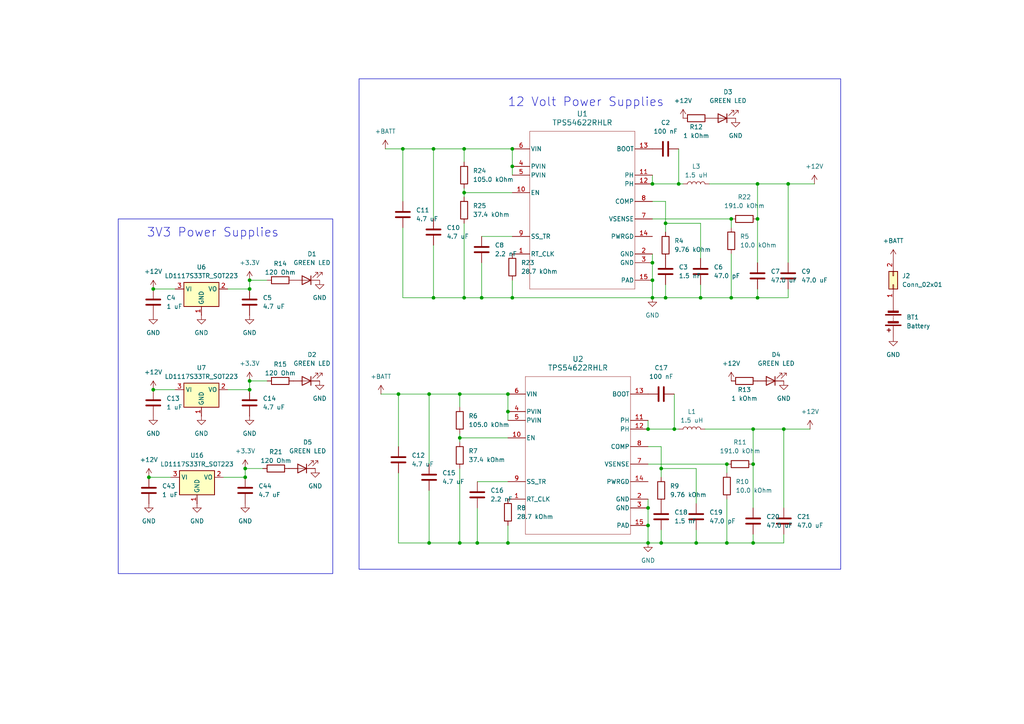
<source format=kicad_sch>
(kicad_sch (version 20250114) (generator "eeschema") (generator_version "9.0")
  (paper "A4")
  (lib_symbols
    (symbol "Connector_Generic:Conn_02x01" (pin_names (offset 1.016) (hide yes))
      (property "Reference" "J" (at 1.27 2.54 0))
      (property "Value" "Conn_02x01" (at 1.27 -2.54 0))
      (symbol "Conn_02x01_1_1"
        (rectangle (start -1.27 1.27) (end 3.81 -1.27) (stroke (width 0.254)) (fill (type background)))
        (rectangle (start -1.27 0.127) (end 0 -0.127) (stroke (width 0.1524)))
        (rectangle (start 3.81 0.127) (end 2.54 -0.127) (stroke (width 0.1524)))
        (pin passive line (at -5.08 0 0) (length 3.81) (name "Pin_1") (number "1"))
        (pin passive line (at 7.62 0 180) (length 3.81) (name "Pin_2") (number "2"))
      )
    )
    (symbol "Device:Battery" (pin_numbers (hide yes)) (pin_names (offset 0) (hide yes))
      (property "Reference" "BT" (at 2.54 2.54 0))
      (property "Value" "Battery" (at 2.54 0 0))
      (symbol "Battery_0_1"
        (rectangle (start -2.286 1.778) (end 2.286 1.524) (fill (type outline)))
        (rectangle (start -2.286 -1.27) (end 2.286 -1.524) (fill (type outline)))
        (rectangle (start -1.524 1.016) (end 1.524 0.508) (fill (type outline)))
        (rectangle (start -1.524 -2.032) (end 1.524 -2.54) (fill (type outline)))
        (polyline (pts (xy 0 1.778) (xy 0 2.54)))
        (polyline (pts (xy 0 0) (xy 0 0.254)))
        (polyline (pts (xy 0 -0.508) (xy 0 -0.254)))
        (polyline (pts (xy 0 -1.016) (xy 0 -0.762)))
        (polyline (pts (xy 0.762 3.048) (xy 1.778 3.048)) (stroke (width 0.254)))
        (polyline (pts (xy 1.27 3.556) (xy 1.27 2.54)) (stroke (width 0.254)))
      )
      (symbol "Battery_1_1"
        (pin passive line (at 0 5.08 270) (length 2.54) (name "+") (number "1"))
        (pin passive line (at 0 -5.08 90) (length 2.54) (name "-") (number "2"))
      )
    )
    (symbol "Device:C" (pin_numbers (hide yes)) (pin_names (offset 0.254))
      (property "Reference" "C" (at 0.635 2.54 0))
      (property "Value" "C" (at 0.635 -2.54 0))
      (symbol "C_0_1"
        (polyline (pts (xy -2.032 0.762) (xy 2.032 0.762)) (stroke (width 0.508)))
        (polyline (pts (xy -2.032 -0.762) (xy 2.032 -0.762)) (stroke (width 0.508)))
      )
      (symbol "C_1_1"
        (pin passive line (at 0 3.81 270) (length 2.794) (name "~") (number "1"))
        (pin passive line (at 0 -3.81 90) (length 2.794) (name "~") (number "2"))
      )
    )
    (symbol "Device:L" (pin_numbers (hide yes)) (pin_names (offset 1.016) (hide yes))
      (property "Reference" "L" (at -1.27 0 90))
      (property "Value" "L" (at 1.905 0 90))
      (symbol "L_0_1"
        (arc (start 0 2.54) (mid 0.6323 1.905) (end 0 1.27))
        (arc (start 0 1.27) (mid 0.6323 0.635) (end 0 0))
        (arc (start 0 0) (mid 0.6323 -0.635) (end 0 -1.27))
        (arc (start 0 -1.27) (mid 0.6323 -1.905) (end 0 -2.54))
      )
      (symbol "L_1_1"
        (pin passive line (at 0 3.81 270) (length 1.27) (name "1") (number "1"))
        (pin passive line (at 0 -3.81 90) (length 1.27) (name "2") (number "2"))
      )
    )
    (symbol "Device:LED" (pin_numbers (hide yes)) (pin_names (offset 1.016) (hide yes))
      (property "Reference" "D" (at 0 2.54 0))
      (property "Value" "LED" (at 0 -2.54 0))
      (symbol "LED_0_1"
        (polyline (pts (xy -3.048 -0.762) (xy -4.572 -2.286) (xy -3.81 -2.286) (xy -4.572 -2.286) (xy -4.572 -1.524)))
        (polyline (pts (xy -1.778 -0.762) (xy -3.302 -2.286) (xy -2.54 -2.286) (xy -3.302 -2.286) (xy -3.302 -1.524)))
        (polyline (pts (xy -1.27 0) (xy 1.27 0)))
        (polyline (pts (xy -1.27 -1.27) (xy -1.27 1.27)) (stroke (width 0.254)))
        (polyline (pts (xy 1.27 -1.27) (xy 1.27 1.27) (xy -1.27 0) (xy 1.27 -1.27)) (stroke (width 0.254)))
      )
      (symbol "LED_1_1"
        (pin passive line (at -3.81 0 0) (length 2.54) (name "K") (number "1"))
        (pin passive line (at 3.81 0 180) (length 2.54) (name "A") (number "2"))
      )
    )
    (symbol "Device:R" (pin_numbers (hide yes)) (pin_names (offset 0))
      (property "Reference" "R" (at 2.032 0 90))
      (property "Value" "R" (at 0 0 90))
      (symbol "R_0_1"
        (rectangle (start -1.016 -2.54) (end 1.016 2.54) (stroke (width 0.254)))
      )
      (symbol "R_1_1"
        (pin passive line (at 0 3.81 270) (length 1.27) (name "~") (number "1"))
        (pin passive line (at 0 -3.81 90) (length 1.27) (name "~") (number "2"))
      )
    )
    (symbol "Regulator_Linear:LD1117S33TR_SOT223"
      (property "Reference" "U" (at -3.81 3.175 0))
      (property "Value" "LD1117S33TR_SOT223" (at 0 3.175 0))
      (symbol "LD1117S33TR_SOT223_0_1"
        (rectangle (start -5.08 -5.08) (end 5.08 1.905) (stroke (width 0.254)) (fill (type background)))
      )
      (symbol "LD1117S33TR_SOT223_1_1"
        (pin power_in line (at -7.62 0 0) (length 2.54) (name "VI") (number "3"))
        (pin power_in line (at 0 -7.62 90) (length 2.54) (name "GND") (number "1"))
        (pin power_out line (at 7.62 0 180) (length 2.54) (name "VO") (number "2"))
      )
    )
    (symbol "TPS54622RHLR:TPS54622RHLR" (pin_names (offset 0.254))
      (property "Reference" "U" (at 0 2.54 0))
      (property "Value" "TPS54622RHLR" (at 0 0 0))
      (symbol "TPS54622RHLR_0_1"
        (polyline (pts (xy -15.24 22.86) (xy -15.24 -22.86)) (stroke (width 0.1016)))
        (polyline (pts (xy -15.24 -22.86) (xy 15.24 -22.86)) (stroke (width 0.1016)))
        (polyline (pts (xy 15.24 22.86) (xy -15.24 22.86)) (stroke (width 0.1016)))
        (polyline (pts (xy 15.24 -22.86) (xy 15.24 22.86)) (stroke (width 0.1016)))
        (pin power_in line (at -20.32 17.78 0) (length 5.08) (name "VIN") (number "6"))
        (pin power_in line (at -20.32 12.7 0) (length 5.08) (name "PVIN") (number "4"))
        (pin power_in line (at -20.32 10.16 0) (length 5.08) (name "PVIN") (number "5"))
        (pin input line (at -20.32 5.08 0) (length 5.08) (name "EN") (number "10"))
        (pin input line (at -20.32 -7.62 0) (length 5.08) (name "SS_TR") (number "9"))
        (pin input line (at -20.32 -12.7 0) (length 5.08) (name "RT_CLK") (number "1"))
        (pin power_in line (at 20.32 17.78 180) (length 5.08) (name "BOOT") (number "13"))
        (pin power_in line (at 20.32 10.16 180) (length 5.08) (name "PH") (number "11"))
        (pin power_in line (at 20.32 7.62 180) (length 5.08) (name "PH") (number "12"))
        (pin output line (at 20.32 2.54 180) (length 5.08) (name "COMP") (number "8"))
        (pin input line (at 20.32 -2.54 180) (length 5.08) (name "VSENSE") (number "7"))
        (pin output line (at 20.32 -7.62 180) (length 5.08) (name "PWRGD") (number "14"))
        (pin power_in line (at 20.32 -12.7 180) (length 5.08) (name "GND") (number "2"))
        (pin power_in line (at 20.32 -15.24 180) (length 5.08) (name "GND") (number "3"))
        (pin power_in line (at 20.32 -20.32 180) (length 5.08) (name "PAD") (number "15"))
      )
    )
    (symbol "power:+12V" (power) (pin_numbers (hide yes)) (pin_names (offset 0) (hide yes))
      (property "Value" "+12V" (at 0 3.556 0))
      (symbol "+12V_0_1"
        (polyline (pts (xy -0.762 1.27) (xy 0 2.54)))
        (polyline (pts (xy 0 2.54) (xy 0.762 1.27)))
        (polyline (pts (xy 0 0) (xy 0 2.54)))
      )
      (symbol "+12V_1_1"
        (pin power_in line (at 0 0 90) (length 0) (name "~") (number "1"))
      )
    )
    (symbol "power:+3.3V" (power) (pin_numbers (hide yes)) (pin_names (offset 0) (hide yes))
      (property "Value" "+3.3V" (at 0 3.556 0))
      (symbol "+3.3V_0_1"
        (polyline (pts (xy -0.762 1.27) (xy 0 2.54)))
        (polyline (pts (xy 0 2.54) (xy 0.762 1.27)))
        (polyline (pts (xy 0 0) (xy 0 2.54)))
      )
      (symbol "+3.3V_1_1"
        (pin power_in line (at 0 0 90) (length 0) (name "~") (number "1"))
      )
    )
    (symbol "power:+BATT" (power) (pin_numbers (hide yes)) (pin_names (offset 0) (hide yes))
      (property "Value" "+BATT" (at 0 3.556 0))
      (symbol "+BATT_0_1"
        (polyline (pts (xy -0.762 1.27) (xy 0 2.54)))
        (polyline (pts (xy 0 2.54) (xy 0.762 1.27)))
        (polyline (pts (xy 0 0) (xy 0 2.54)))
      )
      (symbol "+BATT_1_1"
        (pin power_in line (at 0 0 90) (length 0) (name "~") (number "1"))
      )
    )
    (symbol "power:GND" (power) (pin_numbers (hide yes)) (pin_names (offset 0) (hide yes))
      (property "Value" "GND" (at 0 -3.81 0))
      (symbol "GND_0_1"
        (polyline (pts (xy 0 0) (xy 0 -1.27) (xy 1.27 -1.27) (xy 0 -2.54) (xy -1.27 -1.27) (xy 0 -1.27)))
      )
      (symbol "GND_1_1"
        (pin power_in line (at 0 0 270) (length 0) (name "~") (number "1"))
      )
    )
  )
  (rectangle (start 104.14 22.86) (end 243.84 165.1))
  (rectangle (start 34.29 63.5) (end 96.52 166.37))
  (text "3V3 Power Supplies" (at 61.722 67.564 0) (effects (font (size 2.54 2.54))))
  (text "12 Volt Power Supplies" (at 169.926 29.718 0) (effects (font (size 2.54 2.54))))
  (junction (at 210.82 134.62))
  (junction (at 191.77 157.48))
  (junction (at 218.44 124.46))
  (junction (at 133.35 127))
  (junction (at 201.93 157.48))
  (junction (at 187.96 124.46))
  (junction (at 147.32 157.48))
  (junction (at 212.09 86.36))
  (junction (at 134.62 43.18))
  (junction (at 147.32 119.38))
  (junction (at 189.23 86.36))
  (junction (at 115.57 114.3))
  (junction (at 187.96 157.48))
  (junction (at 116.84 43.18))
  (junction (at 72.39 113.03))
  (junction (at 147.32 114.3))
  (junction (at 210.82 157.48))
  (junction (at 227.33 124.46))
  (junction (at 72.39 81.28))
  (junction (at 187.96 152.4))
  (junction (at 191.77 135.89))
  (junction (at 193.04 86.36))
  (junction (at 134.62 86.36))
  (junction (at 134.62 55.88))
  (junction (at 219.71 63.5))
  (junction (at 148.59 48.26))
  (junction (at 72.39 110.49))
  (junction (at 189.23 53.34))
  (junction (at 203.2 86.36))
  (junction (at 228.6 53.34))
  (junction (at 133.35 157.48))
  (junction (at 138.43 157.48))
  (junction (at 219.71 86.36))
  (junction (at 125.73 86.36))
  (junction (at 187.96 147.32))
  (junction (at 44.45 113.03))
  (junction (at 196.85 53.34))
  (junction (at 44.45 83.82))
  (junction (at 139.7 86.36))
  (junction (at 218.44 157.48))
  (junction (at 148.59 43.18))
  (junction (at 72.39 83.82))
  (junction (at 219.71 53.34))
  (junction (at 218.44 134.62))
  (junction (at 212.09 63.5))
  (junction (at 124.46 114.3))
  (junction (at 189.23 81.28))
  (junction (at 148.59 86.36))
  (junction (at 133.35 114.3))
  (junction (at 124.46 157.48))
  (junction (at 71.12 135.89))
  (junction (at 193.04 64.77))
  (junction (at 43.18 138.43))
  (junction (at 71.12 138.43))
  (junction (at 125.73 43.18))
  (junction (at 195.58 124.46))
  (junction (at 189.23 76.2))
  (wire (pts (xy 212.09 86.36) (xy 203.2 86.36)))
  (wire (pts (xy 219.71 83.82) (xy 219.71 86.36)))
  (wire (pts (xy 72.39 110.49) (xy 72.39 113.03)))
  (wire (pts (xy 139.7 86.36) (xy 148.59 86.36)))
  (wire (pts (xy 196.85 43.18) (xy 196.85 53.34)))
  (wire (pts (xy 201.93 157.48) (xy 191.77 157.48)))
  (wire (pts (xy 210.82 144.78) (xy 210.82 157.48)))
  (wire (pts (xy 77.47 81.28) (xy 72.39 81.28)))
  (wire (pts (xy 187.96 129.54) (xy 191.77 129.54)))
  (wire (pts (xy 148.59 86.36) (xy 189.23 86.36)))
  (wire (pts (xy 134.62 43.18) (xy 125.73 43.18)))
  (wire (pts (xy 138.43 139.7) (xy 147.32 139.7)))
  (wire (pts (xy 218.44 124.46) (xy 227.33 124.46)))
  (wire (pts (xy 138.43 147.32) (xy 138.43 157.48)))
  (wire (pts (xy 124.46 114.3) (xy 124.46 134.62)))
  (wire (pts (xy 133.35 127) (xy 133.35 128.27)))
  (wire (pts (xy 147.32 157.48) (xy 187.96 157.48)))
  (wire (pts (xy 218.44 157.48) (xy 210.82 157.48)))
  (wire (pts (xy 124.46 142.24) (xy 124.46 157.48)))
  (wire (pts (xy 148.59 43.18) (xy 134.62 43.18)))
  (wire (pts (xy 134.62 55.88) (xy 148.59 55.88)))
  (wire (pts (xy 193.04 86.36) (xy 193.04 82.55)))
  (wire (pts (xy 218.44 154.94) (xy 218.44 157.48)))
  (wire (pts (xy 44.45 83.82) (xy 50.8 83.82)))
  (wire (pts (xy 191.77 129.54) (xy 191.77 135.89)))
  (wire (pts (xy 193.04 64.77) (xy 193.04 67.31)))
  (wire (pts (xy 203.2 64.77) (xy 203.2 74.93)))
  (wire (pts (xy 187.96 144.78) (xy 187.96 147.32)))
  (wire (pts (xy 133.35 114.3) (xy 133.35 118.11)))
  (wire (pts (xy 187.96 134.62) (xy 210.82 134.62)))
  (wire (pts (xy 187.96 152.4) (xy 187.96 157.48)))
  (wire (pts (xy 187.96 157.48) (xy 191.77 157.48)))
  (wire (pts (xy 203.2 82.55) (xy 203.2 86.36)))
  (wire (pts (xy 193.04 58.42) (xy 193.04 64.77)))
  (wire (pts (xy 195.58 124.46) (xy 196.85 124.46)))
  (wire (pts (xy 189.23 50.8) (xy 189.23 53.34)))
  (wire (pts (xy 196.85 53.34) (xy 198.12 53.34)))
  (wire (pts (xy 134.62 86.36) (xy 139.7 86.36)))
  (wire (pts (xy 115.57 157.48) (xy 124.46 157.48)))
  (wire (pts (xy 212.09 73.66) (xy 212.09 86.36)))
  (wire (pts (xy 218.44 124.46) (xy 218.44 134.62)))
  (wire (pts (xy 147.32 152.4) (xy 147.32 157.48)))
  (wire (pts (xy 189.23 86.36) (xy 193.04 86.36)))
  (wire (pts (xy 187.96 124.46) (xy 195.58 124.46)))
  (wire (pts (xy 219.71 53.34) (xy 219.71 63.5)))
  (wire (pts (xy 187.96 121.92) (xy 187.96 124.46)))
  (wire (pts (xy 189.23 53.34) (xy 196.85 53.34)))
  (wire (pts (xy 124.46 114.3) (xy 115.57 114.3)))
  (wire (pts (xy 124.46 157.48) (xy 133.35 157.48)))
  (wire (pts (xy 228.6 53.34) (xy 228.6 76.2)))
  (wire (pts (xy 125.73 43.18) (xy 125.73 63.5)))
  (wire (pts (xy 139.7 68.58) (xy 148.59 68.58)))
  (wire (pts (xy 228.6 86.36) (xy 219.71 86.36)))
  (wire (pts (xy 227.33 154.94) (xy 227.33 157.48)))
  (wire (pts (xy 115.57 137.16) (xy 115.57 157.48)))
  (wire (pts (xy 195.58 114.3) (xy 195.58 124.46)))
  (wire (pts (xy 203.2 86.36) (xy 193.04 86.36)))
  (wire (pts (xy 191.77 135.89) (xy 201.93 135.89)))
  (wire (pts (xy 219.71 86.36) (xy 212.09 86.36)))
  (wire (pts (xy 191.77 135.89) (xy 191.77 138.43)))
  (wire (pts (xy 134.62 54.61) (xy 134.62 55.88)))
  (wire (pts (xy 115.57 114.3) (xy 115.57 129.54)))
  (wire (pts (xy 134.62 55.88) (xy 134.62 57.15)))
  (wire (pts (xy 218.44 134.62) (xy 218.44 147.32)))
  (wire (pts (xy 72.39 81.28) (xy 72.39 83.82)))
  (wire (pts (xy 125.73 86.36) (xy 134.62 86.36)))
  (wire (pts (xy 212.09 63.5) (xy 212.09 66.04)))
  (wire (pts (xy 189.23 76.2) (xy 189.23 81.28)))
  (wire (pts (xy 228.6 53.34) (xy 236.22 53.34)))
  (wire (pts (xy 111.76 43.18) (xy 116.84 43.18)))
  (wire (pts (xy 189.23 73.66) (xy 189.23 76.2)))
  (wire (pts (xy 228.6 83.82) (xy 228.6 86.36)))
  (wire (pts (xy 147.32 119.38) (xy 147.32 121.92)))
  (wire (pts (xy 204.47 124.46) (xy 218.44 124.46)))
  (wire (pts (xy 193.04 64.77) (xy 203.2 64.77)))
  (wire (pts (xy 110.49 114.3) (xy 115.57 114.3)))
  (wire (pts (xy 148.59 43.18) (xy 148.59 48.26)))
  (wire (pts (xy 133.35 127) (xy 147.32 127)))
  (wire (pts (xy 201.93 153.67) (xy 201.93 157.48)))
  (wire (pts (xy 227.33 157.48) (xy 218.44 157.48)))
  (wire (pts (xy 138.43 157.48) (xy 147.32 157.48)))
  (wire (pts (xy 139.7 76.2) (xy 139.7 86.36)))
  (wire (pts (xy 227.33 124.46) (xy 234.95 124.46)))
  (wire (pts (xy 227.33 124.46) (xy 227.33 147.32)))
  (wire (pts (xy 116.84 43.18) (xy 116.84 58.42)))
  (wire (pts (xy 147.32 114.3) (xy 147.32 119.38)))
  (wire (pts (xy 189.23 81.28) (xy 189.23 86.36)))
  (wire (pts (xy 43.18 138.43) (xy 49.53 138.43)))
  (wire (pts (xy 201.93 135.89) (xy 201.93 146.05)))
  (wire (pts (xy 210.82 157.48) (xy 201.93 157.48)))
  (wire (pts (xy 134.62 64.77) (xy 134.62 86.36)))
  (wire (pts (xy 116.84 86.36) (xy 125.73 86.36)))
  (wire (pts (xy 134.62 43.18) (xy 134.62 46.99)))
  (wire (pts (xy 125.73 71.12) (xy 125.73 86.36)))
  (wire (pts (xy 189.23 58.42) (xy 193.04 58.42)))
  (wire (pts (xy 148.59 81.28) (xy 148.59 86.36)))
  (wire (pts (xy 189.23 63.5) (xy 212.09 63.5)))
  (wire (pts (xy 210.82 134.62) (xy 210.82 137.16)))
  (wire (pts (xy 71.12 138.43) (xy 64.77 138.43)))
  (wire (pts (xy 205.74 53.34) (xy 219.71 53.34)))
  (wire (pts (xy 219.71 53.34) (xy 228.6 53.34)))
  (wire (pts (xy 187.96 147.32) (xy 187.96 152.4)))
  (wire (pts (xy 77.47 110.49) (xy 72.39 110.49)))
  (wire (pts (xy 133.35 135.89) (xy 133.35 157.48)))
  (wire (pts (xy 44.45 113.03) (xy 50.8 113.03)))
  (wire (pts (xy 116.84 66.04) (xy 116.84 86.36)))
  (wire (pts (xy 76.2 135.89) (xy 71.12 135.89)))
  (wire (pts (xy 72.39 83.82) (xy 66.04 83.82)))
  (wire (pts (xy 125.73 43.18) (xy 116.84 43.18)))
  (wire (pts (xy 148.59 48.26) (xy 148.59 50.8)))
  (wire (pts (xy 133.35 114.3) (xy 124.46 114.3)))
  (wire (pts (xy 191.77 157.48) (xy 191.77 153.67)))
  (wire (pts (xy 133.35 157.48) (xy 138.43 157.48)))
  (wire (pts (xy 147.32 114.3) (xy 133.35 114.3)))
  (wire (pts (xy 72.39 113.03) (xy 66.04 113.03)))
  (wire (pts (xy 133.35 125.73) (xy 133.35 127)))
  (wire (pts (xy 219.71 63.5) (xy 219.71 76.2)))
  (wire (pts (xy 71.12 135.89) (xy 71.12 138.43)))
  (symbol (lib_id "power:GND") (at 92.71 110.49 0) (unit 1)
    (property "Reference" "#PWR037" (effects (hide yes)))
    (property "Value" "GND" (at 92.71 115.57 0))
    (property "Description" "Power symbol creates a global label with name \"GND\" , ground" (effects (hide yes)))
  )
  (symbol (lib_id "power:GND") (at 227.33 110.49 0) (unit 1)
    (property "Reference" "#PWR069" (effects (hide yes)))
    (property "Value" "GND" (at 227.33 115.57 0))
    (property "Description" "Power symbol creates a global label with name \"GND\" , ground" (effects (hide yes)))
  )
  (symbol (lib_id "power:GND") (at 57.15 146.05 0) (unit 1)
    (property "Reference" "#PWR0114" (effects (hide yes)))
    (property "Value" "GND" (at 57.15 151.13 0))
    (property "Description" "Power symbol creates a global label with name \"GND\" , ground" (effects (hide yes)))
  )
  (symbol (lib_id "Device:C") (at 191.77 114.3 270) (unit 1)
    (property "Reference" "C17" (at 191.77 106.68 90))
    (property "Value" "100 nF" (at 191.77 109.22 90))
    (property "Footprint" "Capacitor_SMD:C_0805_2012Metric" (effects (hide yes)))
    (property "Description" "Unpolarized capacitor" (effects (hide yes)))
  )
  (symbol (lib_id "Device:C") (at 43.18 142.24 0) (unit 1)
    (property "Reference" "C43" (at 46.99 140.9699 0) (effects (justify left)))
    (property "Value" "1 uF" (at 46.99 143.5099 0) (effects (justify left)))
    (property "Footprint" "Capacitor_SMD:C_0603_1608Metric" (effects (hide yes)))
    (property "Description" "Unpolarized capacitor" (effects (hide yes)))
  )
  (symbol (lib_id "Device:Battery") (at 259.08 92.71 180) (unit 1)
    (property "Reference" "BT1" (at 262.89 92.0114 0) (effects (justify right)))
    (property "Value" "Battery" (at 262.89 94.5514 0) (effects (justify right)))
    (property "Footprint" "TerminalBlock_WAGO:TerminalBlock_WAGO_2601-3102_1x02_P3.50mm_Vertical" (effects (hide yes)))
    (property "Description" "Multiple-cell battery" (effects (hide yes)))
  )
  (symbol (lib_id "Device:LED") (at 88.9 81.28 180) (unit 1)
    (property "Reference" "D1" (at 90.4875 73.66 0))
    (property "Value" "GREEN LED" (at 90.4875 76.2 0))
    (property "Footprint" "LED_SMD:LED_0805_2012Metric" (effects (hide yes)))
    (property "Description" "Light emitting diode" (effects (hide yes)))
    (property "Sim.Pins" "1=K 2=A" (effects (hide yes)))
  )
  (symbol (lib_id "Device:C") (at 72.39 87.63 0) (unit 1)
    (property "Reference" "C5" (at 76.2 86.3599 0) (effects (justify left)))
    (property "Value" "4.7 uF" (at 76.2 88.8999 0) (effects (justify left)))
    (property "Footprint" "Capacitor_SMD:C_0603_1608Metric" (effects (hide yes)))
    (property "Description" "Unpolarized capacitor" (effects (hide yes)))
  )
  (symbol (lib_id "Connector_Generic:Conn_02x01") (at 259.08 82.55 90) (unit 1)
    (property "Reference" "J2" (at 261.62 80.0099 90) (effects (justify right)))
    (property "Value" "Conn_02x01" (at 261.62 82.5499 90) (effects (justify right)))
    (property "Footprint" "TerminalBlock_WAGO:TerminalBlock_WAGO_2601-3102_1x02_P3.50mm_Vertical" (effects (hide yes)))
    (property "Description" "Generic connector, double row, 02x01, this symbol is compatible with counter-clockwise, top-bottom and odd-even numbering schemes., script generated (kicad-library-utils/schlib/autogen/connector/)" (effects (hide yes)))
  )
  (symbol (lib_id "Device:R") (at 215.9 63.5 90) (unit 1)
    (property "Reference" "R22" (at 215.9 57.15 90))
    (property "Value" "191.0 kOhm" (at 215.9 59.69 90))
    (property "Footprint" "Resistor_SMD:R_0805_2012Metric" (effects (hide yes)))
    (property "Description" "Resistor" (effects (hide yes)))
  )
  (symbol (lib_id "Device:C") (at 72.39 116.84 0) (unit 1)
    (property "Reference" "C14" (at 76.2 115.5699 0) (effects (justify left)))
    (property "Value" "4.7 uF" (at 76.2 118.1099 0) (effects (justify left)))
    (property "Footprint" "Capacitor_SMD:C_0603_1608Metric" (effects (hide yes)))
    (property "Description" "Unpolarized capacitor" (effects (hide yes)))
  )
  (symbol (lib_id "power:+12V") (at 234.95 124.46 0) (unit 1)
    (property "Reference" "#PWR011" (effects (hide yes)))
    (property "Value" "+12V" (at 234.95 119.38 0))
    (property "Description" "Power symbol creates a global label with name \"+12V\"" (effects (hide yes)))
  )
  (symbol (lib_id "power:+12V") (at 236.22 53.34 0) (unit 1)
    (property "Reference" "#PWR06" (effects (hide yes)))
    (property "Value" "+12V" (at 236.22 48.26 0))
    (property "Description" "Power symbol creates a global label with name \"+12V\"" (effects (hide yes)))
  )
  (symbol (lib_id "power:GND") (at 72.39 120.65 0) (unit 1)
    (property "Reference" "#PWR031" (effects (hide yes)))
    (property "Value" "GND" (at 72.39 125.73 0))
    (property "Description" "Power symbol creates a global label with name \"GND\" , ground" (effects (hide yes)))
  )
  (symbol (lib_id "Device:R") (at 193.04 71.12 0) (unit 1)
    (property "Reference" "R4" (at 195.58 69.8499 0) (effects (justify left)))
    (property "Value" "9.76 kOhm" (at 195.58 72.3899 0) (effects (justify left)))
    (property "Footprint" "Resistor_SMD:R_0805_2012Metric" (effects (hide yes)))
    (property "Description" "Resistor" (effects (hide yes)))
  )
  (symbol (lib_id "Regulator_Linear:LD1117S33TR_SOT223") (at 58.42 83.82 0) (unit 1)
    (property "Reference" "U6" (at 58.42 77.47 0))
    (property "Value" "LD1117S33TR_SOT223" (at 58.42 80.01 0))
    (property "Footprint" "Package_TO_SOT_SMD:SOT-223-3_TabPin2" (effects (hide yes)))
    (property "Datasheet" "http://www.st.com/st-web-ui/static/active/en/resource/technical/document/datasheet/CD00000544.pdf" (effects (hide yes)))
    (property "Description" "800mA Fixed Low Drop Positive Voltage Regulator, Fixed Output 3.3V, SOT-223" (effects (hide yes)))
  )
  (symbol (lib_id "power:+12V") (at 43.18 138.43 0) (unit 1)
    (property "Reference" "#PWR0112" (effects (hide yes)))
    (property "Value" "+12V" (at 43.18 133.35 0))
    (property "Description" "Power symbol creates a global label with name \"+12V\"" (effects (hide yes)))
  )
  (symbol (lib_id "Device:R") (at 191.77 142.24 0) (unit 1)
    (property "Reference" "R9" (at 194.31 140.9699 0) (effects (justify left)))
    (property "Value" "9.76 kOhm" (at 194.31 143.5099 0) (effects (justify left)))
    (property "Footprint" "Resistor_SMD:R_0805_2012Metric" (effects (hide yes)))
    (property "Description" "Resistor" (effects (hide yes)))
  )
  (symbol (lib_id "power:+3.3V") (at 71.12 135.89 0) (unit 1)
    (property "Reference" "#PWR0115" (effects (hide yes)))
    (property "Value" "+3.3V" (at 71.12 130.81 0))
    (property "Description" "Power symbol creates a global label with name \"+3.3V\"" (effects (hide yes)))
  )
  (symbol (lib_id "power:+3.3V") (at 72.39 81.28 0) (unit 1)
    (property "Reference" "#PWR025" (effects (hide yes)))
    (property "Value" "+3.3V" (at 72.39 76.2 0))
    (property "Description" "Power symbol creates a global label with name \"+3.3V\"" (effects (hide yes)))
  )
  (symbol (lib_id "Device:R") (at 81.28 110.49 270) (unit 1)
    (property "Reference" "R15" (at 81.28 105.664 90))
    (property "Value" "120 Ohm" (at 81.28 108.204 90))
    (property "Footprint" "Resistor_SMD:R_0603_1608Metric" (effects (hide yes)))
    (property "Description" "Resistor" (effects (hide yes)))
  )
  (symbol (lib_id "Device:C") (at 201.93 149.86 180) (unit 1)
    (property "Reference" "C19" (at 205.74 148.5899 0) (effects (justify right)))
    (property "Value" "47.0 pF" (at 205.74 151.1299 0) (effects (justify right)))
    (property "Footprint" "Capacitor_SMD:C_0805_2012Metric" (effects (hide yes)))
    (property "Description" "Unpolarized capacitor" (effects (hide yes)))
  )
  (symbol (lib_id "Device:C") (at 193.04 78.74 180) (unit 1)
    (property "Reference" "C3" (at 196.85 77.4699 0) (effects (justify right)))
    (property "Value" "1.5 nF" (at 196.85 80.0099 0) (effects (justify right)))
    (property "Footprint" "Capacitor_SMD:C_0805_2012Metric" (effects (hide yes)))
    (property "Description" "Unpolarized capacitor" (effects (hide yes)))
  )
  (symbol (lib_id "TPS54622RHLR:TPS54622RHLR") (at 167.64 132.08 0) (unit 1)
    (property "Reference" "U2" (at 167.64 104.14 0) (effects (font (size 1.524 1.524))))
    (property "Value" "TPS54622RHLR" (at 167.64 106.68 0) (effects (font (size 1.524 1.524))))
    (property "Footprint" "RHL0014A:RHL0014A" (effects (hide yes)))
    (property "Datasheet" "https://www.ti.com/lit/gpn/tps54622" (effects (hide yes)))
  )
  (symbol (lib_id "Device:C") (at 44.45 116.84 0) (unit 1)
    (property "Reference" "C13" (at 48.26 115.5699 0) (effects (justify left)))
    (property "Value" "1 uF" (at 48.26 118.1099 0) (effects (justify left)))
    (property "Footprint" "Capacitor_SMD:C_0603_1608Metric" (effects (hide yes)))
    (property "Description" "Unpolarized capacitor" (effects (hide yes)))
  )
  (symbol (lib_id "Device:R") (at 214.63 134.62 90) (unit 1)
    (property "Reference" "R11" (at 214.63 128.27 90))
    (property "Value" "191.0 kOhm" (at 214.63 130.81 90))
    (property "Footprint" "Resistor_SMD:R_0805_2012Metric" (effects (hide yes)))
    (property "Description" "Resistor" (effects (hide yes)))
  )
  (symbol (lib_id "Device:C") (at 116.84 62.23 180) (unit 1)
    (property "Reference" "C11" (at 120.65 60.9599 0) (effects (justify right)))
    (property "Value" "4.7 uF" (at 120.65 63.4999 0) (effects (justify right)))
    (property "Footprint" "Capacitor_SMD:C_1206_3216Metric" (effects (hide yes)))
    (property "Description" "Unpolarized capacitor" (effects (hide yes)))
  )
  (symbol (lib_id "Device:LED") (at 88.9 110.49 180) (unit 1)
    (property "Reference" "D2" (at 90.4875 102.87 0))
    (property "Value" "GREEN LED" (at 90.4875 105.41 0))
    (property "Footprint" "LED_SMD:LED_0805_2012Metric" (effects (hide yes)))
    (property "Description" "Light emitting diode" (effects (hide yes)))
    (property "Sim.Pins" "1=K 2=A" (effects (hide yes)))
  )
  (symbol (lib_id "Device:LED") (at 87.63 135.89 180) (unit 1)
    (property "Reference" "D5" (at 89.2175 128.27 0))
    (property "Value" "GREEN LED" (at 89.2175 130.81 0))
    (property "Footprint" "LED_SMD:LED_0805_2012Metric" (effects (hide yes)))
    (property "Description" "Light emitting diode" (effects (hide yes)))
    (property "Sim.Pins" "1=K 2=A" (effects (hide yes)))
  )
  (symbol (lib_id "Device:R") (at 81.28 81.28 270) (unit 1)
    (property "Reference" "R14" (at 81.28 76.454 90))
    (property "Value" "120 Ohm" (at 81.28 78.994 90))
    (property "Footprint" "Resistor_SMD:R_0603_1608Metric" (effects (hide yes)))
    (property "Description" "Resistor" (effects (hide yes)))
  )
  (symbol (lib_id "TPS54622RHLR:TPS54622RHLR") (at 168.91 60.96 0) (unit 1)
    (property "Reference" "U1" (at 168.91 33.02 0) (effects (font (size 1.524 1.524))))
    (property "Value" "TPS54622RHLR" (at 168.91 35.56 0) (effects (font (size 1.524 1.524))))
    (property "Footprint" "RHL0014A:RHL0014A" (effects (hide yes)))
    (property "Datasheet" "https://www.ti.com/lit/gpn/tps54622" (effects (hide yes)))
  )
  (symbol (lib_id "Device:R") (at 148.59 77.47 0) (unit 1)
    (property "Reference" "R23" (at 151.13 76.1999 0) (effects (justify left)))
    (property "Value" "28.7 kOhm" (at 151.13 78.7399 0) (effects (justify left)))
    (property "Footprint" "Resistor_SMD:R_0805_2012Metric" (effects (hide yes)))
    (property "Description" "Resistor" (effects (hide yes)))
  )
  (symbol (lib_id "power:+BATT") (at 259.08 74.93 0) (unit 1)
    (property "Reference" "#PWR020" (effects (hide yes)))
    (property "Value" "+BATT" (at 259.08 69.85 0))
    (property "Description" "Power symbol creates a global label with name \"+BATT\"" (effects (hide yes)))
  )
  (symbol (lib_id "power:GND") (at 44.45 91.44 0) (unit 1)
    (property "Reference" "#PWR022" (effects (hide yes)))
    (property "Value" "GND" (at 44.45 96.52 0))
    (property "Description" "Power symbol creates a global label with name \"GND\" , ground" (effects (hide yes)))
  )
  (symbol (lib_id "power:+12V") (at 198.12 34.29 0) (unit 1)
    (property "Reference" "#PWR066" (effects (hide yes)))
    (property "Value" "+12V" (at 198.12 29.21 0))
    (property "Description" "Power symbol creates a global label with name \"+12V\"" (effects (hide yes)))
  )
  (symbol (lib_id "Device:LED") (at 209.55 34.29 180) (unit 1)
    (property "Reference" "D3" (at 211.1375 26.67 0))
    (property "Value" "GREEN LED" (at 211.1375 29.21 0))
    (property "Footprint" "LED_SMD:LED_0805_2012Metric" (effects (hide yes)))
    (property "Description" "Light emitting diode" (effects (hide yes)))
    (property "Sim.Pins" "1=K 2=A" (effects (hide yes)))
  )
  (symbol (lib_id "power:GND") (at 43.18 146.05 0) (unit 1)
    (property "Reference" "#PWR0113" (effects (hide yes)))
    (property "Value" "GND" (at 43.18 151.13 0))
    (property "Description" "Power symbol creates a global label with name \"GND\" , ground" (effects (hide yes)))
  )
  (symbol (lib_id "power:GND") (at 72.39 91.44 0) (unit 1)
    (property "Reference" "#PWR024" (effects (hide yes)))
    (property "Value" "GND" (at 72.39 96.52 0))
    (property "Description" "Power symbol creates a global label with name \"GND\" , ground" (effects (hide yes)))
  )
  (symbol (lib_id "power:GND") (at 187.96 157.48 0) (unit 1)
    (property "Reference" "#PWR010" (effects (hide yes)))
    (property "Value" "GND" (at 187.96 162.56 0))
    (property "Description" "Power symbol creates a global label with name \"GND\" , ground" (effects (hide yes)))
  )
  (symbol (lib_id "Device:R") (at 134.62 60.96 0) (unit 1)
    (property "Reference" "R25" (at 137.16 59.6899 0) (effects (justify left)))
    (property "Value" "37.4 kOhm" (at 137.16 62.2299 0) (effects (justify left)))
    (property "Footprint" "Resistor_SMD:R_0805_2012Metric" (effects (hide yes)))
    (property "Description" "Resistor" (effects (hide yes)))
  )
  (symbol (lib_id "Device:C") (at 203.2 78.74 180) (unit 1)
    (property "Reference" "C6" (at 207.01 77.4699 0) (effects (justify right)))
    (property "Value" "47.0 pF" (at 207.01 80.0099 0) (effects (justify right)))
    (property "Footprint" "Capacitor_SMD:C_0805_2012Metric" (effects (hide yes)))
    (property "Description" "Unpolarized capacitor" (effects (hide yes)))
  )
  (symbol (lib_id "power:+3.3V") (at 72.39 110.49 0) (unit 1)
    (property "Reference" "#PWR030" (effects (hide yes)))
    (property "Value" "+3.3V" (at 72.39 105.41 0))
    (property "Description" "Power symbol creates a global label with name \"+3.3V\"" (effects (hide yes)))
  )
  (symbol (lib_id "Device:C") (at 138.43 143.51 180) (unit 1)
    (property "Reference" "C16" (at 142.24 142.2399 0) (effects (justify right)))
    (property "Value" "2.2 nF" (at 142.24 144.7799 0) (effects (justify right)))
    (property "Footprint" "Capacitor_SMD:C_0805_2012Metric" (effects (hide yes)))
    (property "Description" "Unpolarized capacitor" (effects (hide yes)))
  )
  (symbol (lib_id "Device:C") (at 227.33 151.13 180) (unit 1)
    (property "Reference" "C21" (at 231.14 149.8599 0) (effects (justify right)))
    (property "Value" "47.0 uF" (at 231.14 152.3999 0) (effects (justify right)))
    (property "Footprint" "Capacitor_SMD:C_1210_3225Metric" (effects (hide yes)))
    (property "Description" "Unpolarized capacitor" (effects (hide yes)))
  )
  (symbol (lib_id "power:GND") (at 44.45 120.65 0) (unit 1)
    (property "Reference" "#PWR028" (effects (hide yes)))
    (property "Value" "GND" (at 44.45 125.73 0))
    (property "Description" "Power symbol creates a global label with name \"GND\" , ground" (effects (hide yes)))
  )
  (symbol (lib_id "Device:C") (at 71.12 142.24 0) (unit 1)
    (property "Reference" "C44" (at 74.93 140.9699 0) (effects (justify left)))
    (property "Value" "4.7 uF" (at 74.93 143.5099 0) (effects (justify left)))
    (property "Footprint" "Capacitor_SMD:C_0603_1608Metric" (effects (hide yes)))
    (property "Description" "Unpolarized capacitor" (effects (hide yes)))
  )
  (symbol (lib_id "Device:C") (at 219.71 80.01 180) (unit 1)
    (property "Reference" "C7" (at 223.52 78.7399 0) (effects (justify right)))
    (property "Value" "47.0 uF" (at 223.52 81.2799 0) (effects (justify right)))
    (property "Footprint" "Capacitor_SMD:C_1210_3225Metric" (effects (hide yes)))
    (property "Description" "Unpolarized capacitor" (effects (hide yes)))
  )
  (symbol (lib_id "power:GND") (at 91.44 135.89 0) (unit 1)
    (property "Reference" "#PWR0117" (effects (hide yes)))
    (property "Value" "GND" (at 91.44 140.97 0))
    (property "Description" "Power symbol creates a global label with name \"GND\" , ground" (effects (hide yes)))
  )
  (symbol (lib_id "Regulator_Linear:LD1117S33TR_SOT223") (at 57.15 138.43 0) (unit 1)
    (property "Reference" "U16" (at 57.15 132.08 0))
    (property "Value" "LD1117S33TR_SOT223" (at 57.15 134.62 0))
    (property "Footprint" "Package_TO_SOT_SMD:SOT-223-3_TabPin2" (effects (hide yes)))
    (property "Datasheet" "http://www.st.com/st-web-ui/static/active/en/resource/technical/document/datasheet/CD00000544.pdf" (effects (hide yes)))
    (property "Description" "800mA Fixed Low Drop Positive Voltage Regulator, Fixed Output 3.3V, SOT-223" (effects (hide yes)))
  )
  (symbol (lib_id "Device:R") (at 147.32 148.59 0) (unit 1)
    (property "Reference" "R8" (at 149.86 147.3199 0) (effects (justify left)))
    (property "Value" "28.7 kOhm" (at 149.86 149.8599 0) (effects (justify left)))
    (property "Footprint" "Resistor_SMD:R_0805_2012Metric" (effects (hide yes)))
    (property "Description" "Resistor" (effects (hide yes)))
  )
  (symbol (lib_id "Device:R") (at 133.35 121.92 0) (unit 1)
    (property "Reference" "R6" (at 135.89 120.6499 0) (effects (justify left)))
    (property "Value" "105.0 kOhm" (at 135.89 123.1899 0) (effects (justify left)))
    (property "Footprint" "Resistor_SMD:R_0805_2012Metric" (effects (hide yes)))
    (property "Description" "Resistor" (effects (hide yes)))
  )
  (symbol (lib_id "Regulator_Linear:LD1117S33TR_SOT223") (at 58.42 113.03 0) (unit 1)
    (property "Reference" "U7" (at 58.42 106.68 0))
    (property "Value" "LD1117S33TR_SOT223" (at 58.42 109.22 0))
    (property "Footprint" "Package_TO_SOT_SMD:SOT-223-3_TabPin2" (effects (hide yes)))
    (property "Datasheet" "http://www.st.com/st-web-ui/static/active/en/resource/technical/document/datasheet/CD00000544.pdf" (effects (hide yes)))
    (property "Description" "800mA Fixed Low Drop Positive Voltage Regulator, Fixed Output 3.3V, SOT-223" (effects (hide yes)))
  )
  (symbol (lib_id "power:GND") (at 58.42 120.65 0) (unit 1)
    (property "Reference" "#PWR029" (effects (hide yes)))
    (property "Value" "GND" (at 58.42 125.73 0))
    (property "Description" "Power symbol creates a global label with name \"GND\" , ground" (effects (hide yes)))
  )
  (symbol (lib_id "power:GND") (at 189.23 86.36 0) (unit 1)
    (property "Reference" "#PWR05" (effects (hide yes)))
    (property "Value" "GND" (at 189.23 91.44 0))
    (property "Description" "Power symbol creates a global label with name \"GND\" , ground" (effects (hide yes)))
  )
  (symbol (lib_id "Device:R") (at 212.09 69.85 0) (unit 1)
    (property "Reference" "R5" (at 214.63 68.5799 0) (effects (justify left)))
    (property "Value" "10.0 kOhm" (at 214.63 71.1199 0) (effects (justify left)))
    (property "Footprint" "Resistor_SMD:R_0805_2012Metric" (effects (hide yes)))
    (property "Description" "Resistor" (effects (hide yes)))
  )
  (symbol (lib_id "power:GND") (at 71.12 146.05 0) (unit 1)
    (property "Reference" "#PWR0116" (effects (hide yes)))
    (property "Value" "GND" (at 71.12 151.13 0))
    (property "Description" "Power symbol creates a global label with name \"GND\" , ground" (effects (hide yes)))
  )
  (symbol (lib_id "power:GND") (at 213.36 34.29 0) (unit 1)
    (property "Reference" "#PWR067" (effects (hide yes)))
    (property "Value" "GND" (at 213.36 39.37 0))
    (property "Description" "Power symbol creates a global label with name \"GND\" , ground" (effects (hide yes)))
  )
  (symbol (lib_id "power:GND") (at 92.71 81.28 0) (unit 1)
    (property "Reference" "#PWR07" (effects (hide yes)))
    (property "Value" "GND" (at 92.71 86.36 0))
    (property "Description" "Power symbol creates a global label with name \"GND\" , ground" (effects (hide yes)))
  )
  (symbol (lib_id "power:GND") (at 259.08 97.79 0) (unit 1)
    (property "Reference" "#PWR019" (effects (hide yes)))
    (property "Value" "GND" (at 259.08 102.87 0))
    (property "Description" "Power symbol creates a global label with name \"GND\" , ground" (effects (hide yes)))
  )
  (symbol (lib_id "Device:R") (at 134.62 50.8 0) (unit 1)
    (property "Reference" "R24" (at 137.16 49.5299 0) (effects (justify left)))
    (property "Value" "105.0 kOhm" (at 137.16 52.0699 0) (effects (justify left)))
    (property "Footprint" "Resistor_SMD:R_0805_2012Metric" (effects (hide yes)))
    (property "Description" "Resistor" (effects (hide yes)))
  )
  (symbol (lib_id "power:+BATT") (at 111.76 43.18 0) (unit 1)
    (property "Reference" "#PWR08" (effects (hide yes)))
    (property "Value" "+BATT" (at 111.76 38.1 0))
    (property "Description" "Power symbol creates a global label with name \"+BATT\"" (effects (hide yes)))
  )
  (symbol (lib_id "Device:C") (at 124.46 138.43 180) (unit 1)
    (property "Reference" "C15" (at 128.27 137.1599 0) (effects (justify right)))
    (property "Value" "4.7 uF" (at 128.27 139.6999 0) (effects (justify right)))
    (property "Footprint" "Capacitor_SMD:C_0805_2012Metric" (effects (hide yes)))
    (property "Description" "Unpolarized capacitor" (effects (hide yes)))
  )
  (symbol (lib_id "power:+12V") (at 212.09 110.49 0) (unit 1)
    (property "Reference" "#PWR068" (effects (hide yes)))
    (property "Value" "+12V" (at 212.09 105.41 0))
    (property "Description" "Power symbol creates a global label with name \"+12V\"" (effects (hide yes)))
  )
  (symbol (lib_id "Device:R") (at 201.93 34.29 270) (unit 1)
    (property "Reference" "R12" (at 201.93 36.83 90))
    (property "Value" "1 kOhm" (at 201.93 39.37 90))
    (property "Footprint" "Resistor_SMD:R_0603_1608Metric" (effects (hide yes)))
    (property "Description" "Resistor" (effects (hide yes)))
  )
  (symbol (lib_id "power:GND") (at 58.42 91.44 0) (unit 1)
    (property "Reference" "#PWR023" (effects (hide yes)))
    (property "Value" "GND" (at 58.42 96.52 0))
    (property "Description" "Power symbol creates a global label with name \"GND\" , ground" (effects (hide yes)))
  )
  (symbol (lib_id "Device:LED") (at 223.52 110.49 180) (unit 1)
    (property "Reference" "D4" (at 225.1075 102.87 0))
    (property "Value" "GREEN LED" (at 225.1075 105.41 0))
    (property "Footprint" "LED_SMD:LED_0805_2012Metric" (effects (hide yes)))
    (property "Description" "Light emitting diode" (effects (hide yes)))
    (property "Sim.Pins" "1=K 2=A" (effects (hide yes)))
  )
  (symbol (lib_id "Device:C") (at 139.7 72.39 180) (unit 1)
    (property "Reference" "C8" (at 143.51 71.1199 0) (effects (justify right)))
    (property "Value" "2.2 nF" (at 143.51 73.6599 0) (effects (justify right)))
    (property "Footprint" "Capacitor_SMD:C_0805_2012Metric" (effects (hide yes)))
    (property "Description" "Unpolarized capacitor" (effects (hide yes)))
  )
  (symbol (lib_id "Device:C") (at 193.04 43.18 270) (unit 1)
    (property "Reference" "C2" (at 193.04 35.56 90))
    (property "Value" "100 nF" (at 193.04 38.1 90))
    (property "Footprint" "Capacitor_SMD:C_0805_2012Metric" (effects (hide yes)))
    (property "Description" "Unpolarized capacitor" (effects (hide yes)))
  )
  (symbol (lib_id "Device:R") (at 133.35 132.08 0) (unit 1)
    (property "Reference" "R7" (at 135.89 130.8099 0) (effects (justify left)))
    (property "Value" "37.4 kOhm" (at 135.89 133.3499 0) (effects (justify left)))
    (property "Footprint" "Resistor_SMD:R_0805_2012Metric" (effects (hide yes)))
    (property "Description" "Resistor" (effects (hide yes)))
  )
  (symbol (lib_id "Device:C") (at 228.6 80.01 180) (unit 1)
    (property "Reference" "C9" (at 232.41 78.7399 0) (effects (justify right)))
    (property "Value" "47.0 uF" (at 232.41 81.2799 0) (effects (justify right)))
    (property "Footprint" "Capacitor_SMD:C_1210_3225Metric" (effects (hide yes)))
    (property "Description" "Unpolarized capacitor" (effects (hide yes)))
  )
  (symbol (lib_id "Device:L") (at 200.66 124.46 90) (unit 1)
    (property "Reference" "L1" (at 200.66 119.38 90))
    (property "Value" "1.5 uH" (at 200.66 121.92 90))
    (property "Footprint" "74439324015:WE-XHMI_4030" (effects (hide yes)))
    (property "Description" "Inductor" (effects (hide yes)))
  )
  (symbol (lib_id "Device:C") (at 218.44 151.13 180) (unit 1)
    (property "Reference" "C20" (at 222.25 149.8599 0) (effects (justify right)))
    (property "Value" "47.0 uF" (at 222.25 152.3999 0) (effects (justify right)))
    (property "Footprint" "Capacitor_SMD:C_1210_3225Metric" (effects (hide yes)))
    (property "Description" "Unpolarized capacitor" (effects (hide yes)))
  )
  (symbol (lib_id "Device:R") (at 215.9 110.49 270) (unit 1)
    (property "Reference" "R13" (at 215.9 113.03 90))
    (property "Value" "1 kOhm" (at 215.9 115.57 90))
    (property "Footprint" "Resistor_SMD:R_0603_1608Metric" (effects (hide yes)))
    (property "Description" "Resistor" (effects (hide yes)))
  )
  (symbol (lib_id "Device:C") (at 44.45 87.63 0) (unit 1)
    (property "Reference" "C4" (at 48.26 86.3599 0) (effects (justify left)))
    (property "Value" "1 uF" (at 48.26 88.8999 0) (effects (justify left)))
    (property "Footprint" "Capacitor_SMD:C_0603_1608Metric" (effects (hide yes)))
    (property "Description" "Unpolarized capacitor" (effects (hide yes)))
  )
  (symbol (lib_id "Device:C") (at 115.57 133.35 180) (unit 1)
    (property "Reference" "C12" (at 119.38 132.0799 0) (effects (justify right)))
    (property "Value" "4.7 uF" (at 119.38 134.6199 0) (effects (justify right)))
    (property "Footprint" "Capacitor_SMD:C_1206_3216Metric" (effects (hide yes)))
    (property "Description" "Unpolarized capacitor" (effects (hide yes)))
  )
  (symbol (lib_id "Device:C") (at 125.73 67.31 180) (unit 1)
    (property "Reference" "C10" (at 129.54 66.0399 0) (effects (justify right)))
    (property "Value" "4.7 uF" (at 129.54 68.5799 0) (effects (justify right)))
    (property "Footprint" "Capacitor_SMD:C_0805_2012Metric" (effects (hide yes)))
    (property "Description" "Unpolarized capacitor" (effects (hide yes)))
  )
  (symbol (lib_id "power:+12V") (at 44.45 113.03 0) (unit 1)
    (property "Reference" "#PWR021" (effects (hide yes)))
    (property "Value" "+12V" (at 44.45 107.95 0))
    (property "Description" "Power symbol creates a global label with name \"+12V\"" (effects (hide yes)))
  )
  (symbol (lib_id "power:+BATT") (at 110.49 114.3 0) (unit 1)
    (property "Reference" "#PWR09" (effects (hide yes)))
    (property "Value" "+BATT" (at 110.49 109.22 0))
    (property "Description" "Power symbol creates a global label with name \"+BATT\"" (effects (hide yes)))
  )
  (symbol (lib_id "Device:L") (at 201.93 53.34 90) (unit 1)
    (property "Reference" "L3" (at 201.93 48.26 90))
    (property "Value" "1.5 uH" (at 201.93 50.8 90))
    (property "Footprint" "74439324015:WE-XHMI_4030" (effects (hide yes)))
    (property "Description" "Inductor" (effects (hide yes)))
  )
  (symbol (lib_id "Device:R") (at 80.01 135.89 270) (unit 1)
    (property "Reference" "R21" (at 80.01 131.064 90))
    (property "Value" "120 Ohm" (at 80.01 133.604 90))
    (property "Footprint" "Resistor_SMD:R_0603_1608Metric" (effects (hide yes)))
    (property "Description" "Resistor" (effects (hide yes)))
  )
  (symbol (lib_id "Device:R") (at 210.82 140.97 0) (unit 1)
    (property "Reference" "R10" (at 213.36 139.6999 0) (effects (justify left)))
    (property "Value" "10.0 kOhm" (at 213.36 142.2399 0) (effects (justify left)))
    (property "Footprint" "Resistor_SMD:R_0805_2012Metric" (effects (hide yes)))
    (property "Description" "Resistor" (effects (hide yes)))
  )
  (symbol (lib_id "power:+12V") (at 44.45 83.82 0) (unit 1)
    (property "Reference" "#PWR026" (effects (hide yes)))
    (property "Value" "+12V" (at 44.45 78.74 0))
    (property "Description" "Power symbol creates a global label with name \"+12V\"" (effects (hide yes)))
  )
  (symbol (lib_id "Device:C") (at 191.77 149.86 180) (unit 1)
    (property "Reference" "C18" (at 195.58 148.5899 0) (effects (justify right)))
    (property "Value" "1.5 nF" (at 195.58 151.1299 0) (effects (justify right)))
    (property "Footprint" "Capacitor_SMD:C_0805_2012Metric" (effects (hide yes)))
    (property "Description" "Unpolarized capacitor" (effects (hide yes)))
  )
)
</source>
